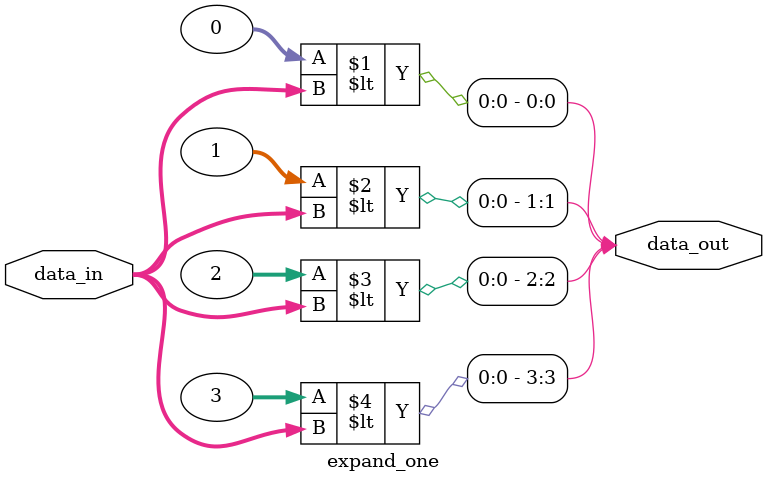
<source format=sv>
`include "config.svh"
`include "common.svh"

module expand_one #(
        parameter WIDTH = 4
    )(
        input logic[$clog2(WIDTH):0] data_in,
        output logic[WIDTH - 1:0] data_out
    );

    genvar i;

    generate
        for(i = 0;i < 2**WIDTH;i++) begin
            assign data_out[i] = unsigned'(i) < data_in;
        end
    endgenerate
endmodule
</source>
